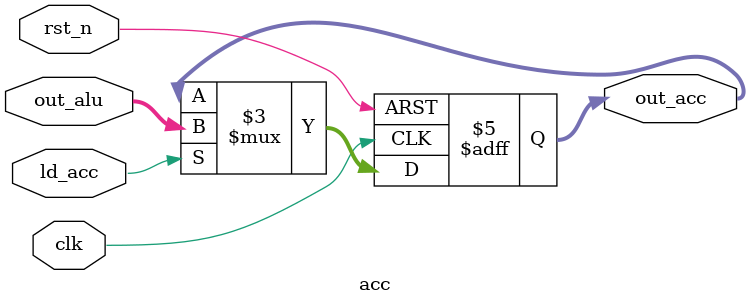
<source format=v>
module acc
(
						//系统相关
						input				clk,	//RISC核心工作时钟
						input				rst_n,	//RISC复位，低电平有效
						//指令时序控制相关
						input				ld_acc,	//当ld_acc==1保存alu计算结果
						//ALU输出
						input[7:0]			out_alu,	//ALU输出
						//ACC输出
						output reg[7:0]		out_acc	//ACC输出

);

always 					@(posedge			clk			or				negedge 			rst_n)
						if(~rst_n)		
									out_acc   <=     8'd0;
						else 		if(ld_acc)
									out_acc   <=  out_alu;

endmodule 
</source>
